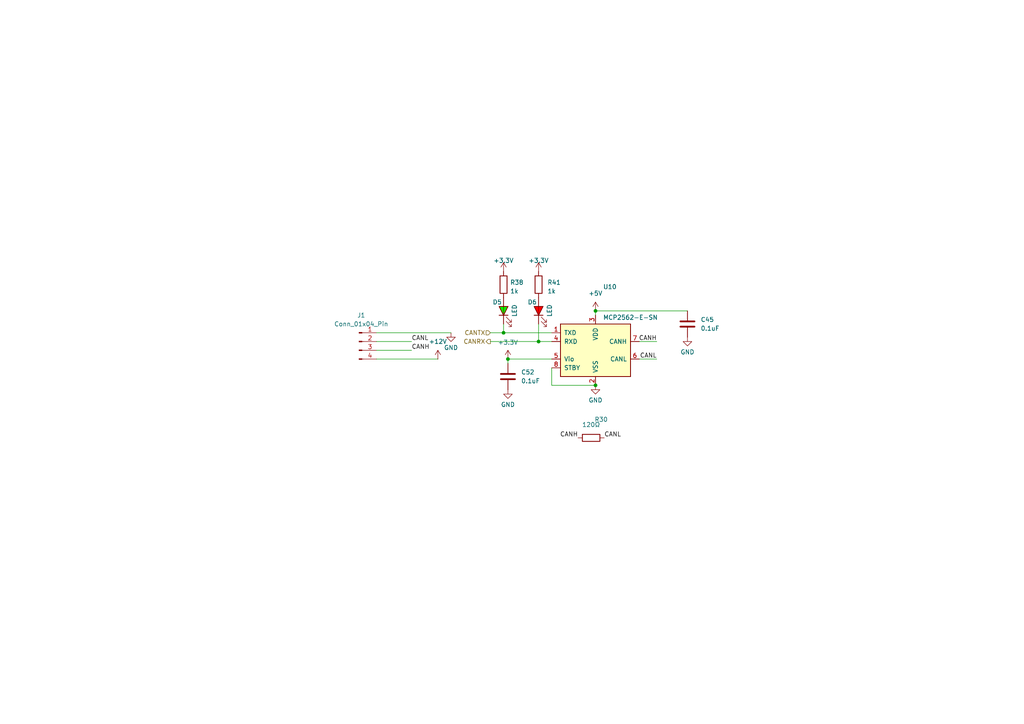
<source format=kicad_sch>
(kicad_sch
	(version 20231120)
	(generator "eeschema")
	(generator_version "8.0")
	(uuid "226bcb8b-8333-40c8-a0c7-4aaf4c8ce557")
	(paper "A4")
	(lib_symbols
		(symbol "Connector:Conn_01x04_Pin"
			(pin_names
				(offset 1.016) hide)
			(exclude_from_sim no)
			(in_bom yes)
			(on_board yes)
			(property "Reference" "J"
				(at 0 5.08 0)
				(effects
					(font
						(size 1.27 1.27)
					)
				)
			)
			(property "Value" "Conn_01x04_Pin"
				(at 0 -7.62 0)
				(effects
					(font
						(size 1.27 1.27)
					)
				)
			)
			(property "Footprint" ""
				(at 0 0 0)
				(effects
					(font
						(size 1.27 1.27)
					)
					(hide yes)
				)
			)
			(property "Datasheet" "~"
				(at 0 0 0)
				(effects
					(font
						(size 1.27 1.27)
					)
					(hide yes)
				)
			)
			(property "Description" "Generic connector, single row, 01x04, script generated"
				(at 0 0 0)
				(effects
					(font
						(size 1.27 1.27)
					)
					(hide yes)
				)
			)
			(property "ki_locked" ""
				(at 0 0 0)
				(effects
					(font
						(size 1.27 1.27)
					)
				)
			)
			(property "ki_keywords" "connector"
				(at 0 0 0)
				(effects
					(font
						(size 1.27 1.27)
					)
					(hide yes)
				)
			)
			(property "ki_fp_filters" "Connector*:*_1x??_*"
				(at 0 0 0)
				(effects
					(font
						(size 1.27 1.27)
					)
					(hide yes)
				)
			)
			(symbol "Conn_01x04_Pin_1_1"
				(polyline
					(pts
						(xy 1.27 -5.08) (xy 0.8636 -5.08)
					)
					(stroke
						(width 0.1524)
						(type default)
					)
					(fill
						(type none)
					)
				)
				(polyline
					(pts
						(xy 1.27 -2.54) (xy 0.8636 -2.54)
					)
					(stroke
						(width 0.1524)
						(type default)
					)
					(fill
						(type none)
					)
				)
				(polyline
					(pts
						(xy 1.27 0) (xy 0.8636 0)
					)
					(stroke
						(width 0.1524)
						(type default)
					)
					(fill
						(type none)
					)
				)
				(polyline
					(pts
						(xy 1.27 2.54) (xy 0.8636 2.54)
					)
					(stroke
						(width 0.1524)
						(type default)
					)
					(fill
						(type none)
					)
				)
				(rectangle
					(start 0.8636 -4.953)
					(end 0 -5.207)
					(stroke
						(width 0.1524)
						(type default)
					)
					(fill
						(type outline)
					)
				)
				(rectangle
					(start 0.8636 -2.413)
					(end 0 -2.667)
					(stroke
						(width 0.1524)
						(type default)
					)
					(fill
						(type outline)
					)
				)
				(rectangle
					(start 0.8636 0.127)
					(end 0 -0.127)
					(stroke
						(width 0.1524)
						(type default)
					)
					(fill
						(type outline)
					)
				)
				(rectangle
					(start 0.8636 2.667)
					(end 0 2.413)
					(stroke
						(width 0.1524)
						(type default)
					)
					(fill
						(type outline)
					)
				)
				(pin passive line
					(at 5.08 2.54 180)
					(length 3.81)
					(name "Pin_1"
						(effects
							(font
								(size 1.27 1.27)
							)
						)
					)
					(number "1"
						(effects
							(font
								(size 1.27 1.27)
							)
						)
					)
				)
				(pin passive line
					(at 5.08 0 180)
					(length 3.81)
					(name "Pin_2"
						(effects
							(font
								(size 1.27 1.27)
							)
						)
					)
					(number "2"
						(effects
							(font
								(size 1.27 1.27)
							)
						)
					)
				)
				(pin passive line
					(at 5.08 -2.54 180)
					(length 3.81)
					(name "Pin_3"
						(effects
							(font
								(size 1.27 1.27)
							)
						)
					)
					(number "3"
						(effects
							(font
								(size 1.27 1.27)
							)
						)
					)
				)
				(pin passive line
					(at 5.08 -5.08 180)
					(length 3.81)
					(name "Pin_4"
						(effects
							(font
								(size 1.27 1.27)
							)
						)
					)
					(number "4"
						(effects
							(font
								(size 1.27 1.27)
							)
						)
					)
				)
			)
		)
		(symbol "Device:C"
			(pin_numbers hide)
			(pin_names
				(offset 0.254)
			)
			(exclude_from_sim no)
			(in_bom yes)
			(on_board yes)
			(property "Reference" "C"
				(at 0.635 2.54 0)
				(effects
					(font
						(size 1.27 1.27)
					)
					(justify left)
				)
			)
			(property "Value" "C"
				(at 0.635 -2.54 0)
				(effects
					(font
						(size 1.27 1.27)
					)
					(justify left)
				)
			)
			(property "Footprint" ""
				(at 0.9652 -3.81 0)
				(effects
					(font
						(size 1.27 1.27)
					)
					(hide yes)
				)
			)
			(property "Datasheet" "~"
				(at 0 0 0)
				(effects
					(font
						(size 1.27 1.27)
					)
					(hide yes)
				)
			)
			(property "Description" "Unpolarized capacitor"
				(at 0 0 0)
				(effects
					(font
						(size 1.27 1.27)
					)
					(hide yes)
				)
			)
			(property "ki_keywords" "cap capacitor"
				(at 0 0 0)
				(effects
					(font
						(size 1.27 1.27)
					)
					(hide yes)
				)
			)
			(property "ki_fp_filters" "C_*"
				(at 0 0 0)
				(effects
					(font
						(size 1.27 1.27)
					)
					(hide yes)
				)
			)
			(symbol "C_0_1"
				(polyline
					(pts
						(xy -2.032 -0.762) (xy 2.032 -0.762)
					)
					(stroke
						(width 0.508)
						(type default)
					)
					(fill
						(type none)
					)
				)
				(polyline
					(pts
						(xy -2.032 0.762) (xy 2.032 0.762)
					)
					(stroke
						(width 0.508)
						(type default)
					)
					(fill
						(type none)
					)
				)
			)
			(symbol "C_1_1"
				(pin passive line
					(at 0 3.81 270)
					(length 2.794)
					(name "~"
						(effects
							(font
								(size 1.27 1.27)
							)
						)
					)
					(number "1"
						(effects
							(font
								(size 1.27 1.27)
							)
						)
					)
				)
				(pin passive line
					(at 0 -3.81 90)
					(length 2.794)
					(name "~"
						(effects
							(font
								(size 1.27 1.27)
							)
						)
					)
					(number "2"
						(effects
							(font
								(size 1.27 1.27)
							)
						)
					)
				)
			)
		)
		(symbol "Device:LED"
			(pin_numbers hide)
			(pin_names
				(offset 1.016) hide)
			(exclude_from_sim no)
			(in_bom yes)
			(on_board yes)
			(property "Reference" "D2"
				(at 3.175 -0.9525 90)
				(effects
					(font
						(size 1.27 1.27)
					)
					(justify right)
				)
			)
			(property "Value" "LED"
				(at 3.175 -3.4925 90)
				(effects
					(font
						(size 1.27 1.27)
					)
					(justify right)
				)
			)
			(property "Footprint" ""
				(at 0 0 0)
				(effects
					(font
						(size 1.27 1.27)
					)
					(hide yes)
				)
			)
			(property "Datasheet" "~"
				(at 0 0 0)
				(effects
					(font
						(size 1.27 1.27)
					)
					(hide yes)
				)
			)
			(property "Description" "Light emitting diode"
				(at 0 0 0)
				(effects
					(font
						(size 1.27 1.27)
					)
					(hide yes)
				)
			)
			(property "ki_keywords" "LED diode"
				(at 0 0 0)
				(effects
					(font
						(size 1.27 1.27)
					)
					(hide yes)
				)
			)
			(property "ki_fp_filters" "LED* LED_SMD:* LED_THT:*"
				(at 0 0 0)
				(effects
					(font
						(size 1.27 1.27)
					)
					(hide yes)
				)
			)
			(symbol "LED_0_1"
				(polyline
					(pts
						(xy -1.27 -1.27) (xy -1.27 1.27)
					)
					(stroke
						(width 0.254)
						(type default)
					)
					(fill
						(type none)
					)
				)
				(polyline
					(pts
						(xy -1.27 0) (xy 1.27 0)
					)
					(stroke
						(width 0)
						(type default)
					)
					(fill
						(type none)
					)
				)
				(polyline
					(pts
						(xy 1.27 -1.27) (xy 1.27 1.27) (xy -1.27 0) (xy 1.27 -1.27)
					)
					(stroke
						(width 0.254)
						(type default)
					)
					(fill
						(type color)
						(color 0 255 0 1)
					)
				)
				(polyline
					(pts
						(xy -3.048 -0.762) (xy -4.572 -2.286) (xy -3.81 -2.286) (xy -4.572 -2.286) (xy -4.572 -1.524)
					)
					(stroke
						(width 0)
						(type default)
					)
					(fill
						(type none)
					)
				)
				(polyline
					(pts
						(xy -1.778 -0.762) (xy -3.302 -2.286) (xy -2.54 -2.286) (xy -3.302 -2.286) (xy -3.302 -1.524)
					)
					(stroke
						(width 0)
						(type default)
					)
					(fill
						(type none)
					)
				)
			)
			(symbol "LED_1_1"
				(pin passive line
					(at -3.81 0 0)
					(length 2.54)
					(name "K"
						(effects
							(font
								(size 1.27 1.27)
							)
						)
					)
					(number "1"
						(effects
							(font
								(size 1.27 1.27)
							)
						)
					)
				)
				(pin passive line
					(at 3.81 0 180)
					(length 2.54)
					(name "A"
						(effects
							(font
								(size 1.27 1.27)
							)
						)
					)
					(number "2"
						(effects
							(font
								(size 1.27 1.27)
							)
						)
					)
				)
			)
		)
		(symbol "Device:R"
			(pin_numbers hide)
			(pin_names
				(offset 0)
			)
			(exclude_from_sim no)
			(in_bom yes)
			(on_board yes)
			(property "Reference" "R"
				(at 2.032 0 90)
				(effects
					(font
						(size 1.27 1.27)
					)
				)
			)
			(property "Value" "R"
				(at 0 0 90)
				(effects
					(font
						(size 1.27 1.27)
					)
				)
			)
			(property "Footprint" ""
				(at -1.778 0 90)
				(effects
					(font
						(size 1.27 1.27)
					)
					(hide yes)
				)
			)
			(property "Datasheet" "~"
				(at 0 0 0)
				(effects
					(font
						(size 1.27 1.27)
					)
					(hide yes)
				)
			)
			(property "Description" "Resistor"
				(at 0 0 0)
				(effects
					(font
						(size 1.27 1.27)
					)
					(hide yes)
				)
			)
			(property "ki_keywords" "R res resistor"
				(at 0 0 0)
				(effects
					(font
						(size 1.27 1.27)
					)
					(hide yes)
				)
			)
			(property "ki_fp_filters" "R_*"
				(at 0 0 0)
				(effects
					(font
						(size 1.27 1.27)
					)
					(hide yes)
				)
			)
			(symbol "R_0_1"
				(rectangle
					(start -1.016 -2.54)
					(end 1.016 2.54)
					(stroke
						(width 0.254)
						(type default)
					)
					(fill
						(type none)
					)
				)
			)
			(symbol "R_1_1"
				(pin passive line
					(at 0 3.81 270)
					(length 1.27)
					(name "~"
						(effects
							(font
								(size 1.27 1.27)
							)
						)
					)
					(number "1"
						(effects
							(font
								(size 1.27 1.27)
							)
						)
					)
				)
				(pin passive line
					(at 0 -3.81 90)
					(length 1.27)
					(name "~"
						(effects
							(font
								(size 1.27 1.27)
							)
						)
					)
					(number "2"
						(effects
							(font
								(size 1.27 1.27)
							)
						)
					)
				)
			)
		)
		(symbol "Interface_CAN_LIN:MCP2562-E-SN"
			(pin_names
				(offset 1.016)
			)
			(exclude_from_sim no)
			(in_bom yes)
			(on_board yes)
			(property "Reference" "U"
				(at -10.16 8.89 0)
				(effects
					(font
						(size 1.27 1.27)
					)
					(justify left)
				)
			)
			(property "Value" "MCP2562-E-SN"
				(at 2.54 8.89 0)
				(effects
					(font
						(size 1.27 1.27)
					)
					(justify left)
				)
			)
			(property "Footprint" "Package_SO:SOIC-8_3.9x4.9mm_P1.27mm"
				(at 0 -12.7 0)
				(effects
					(font
						(size 1.27 1.27)
						(italic yes)
					)
					(hide yes)
				)
			)
			(property "Datasheet" "http://ww1.microchip.com/downloads/en/DeviceDoc/25167A.pdf"
				(at 0 0 0)
				(effects
					(font
						(size 1.27 1.27)
					)
					(hide yes)
				)
			)
			(property "Description" "High-Speed CAN Transceiver, 1Mbps, 5V supply, Vio pin, -40C to +125C, SOIC-8"
				(at 0 0 0)
				(effects
					(font
						(size 1.27 1.27)
					)
					(hide yes)
				)
			)
			(property "ki_keywords" "High-Speed CAN Transceiver"
				(at 0 0 0)
				(effects
					(font
						(size 1.27 1.27)
					)
					(hide yes)
				)
			)
			(property "ki_fp_filters" "SOIC*3.9x4.9mm*P1.27mm*"
				(at 0 0 0)
				(effects
					(font
						(size 1.27 1.27)
					)
					(hide yes)
				)
			)
			(symbol "MCP2562-E-SN_0_1"
				(rectangle
					(start -10.16 7.62)
					(end 10.16 -7.62)
					(stroke
						(width 0.254)
						(type default)
					)
					(fill
						(type background)
					)
				)
			)
			(symbol "MCP2562-E-SN_1_1"
				(pin input line
					(at -12.7 5.08 0)
					(length 2.54)
					(name "TXD"
						(effects
							(font
								(size 1.27 1.27)
							)
						)
					)
					(number "1"
						(effects
							(font
								(size 1.27 1.27)
							)
						)
					)
				)
				(pin power_in line
					(at 0 -10.16 90)
					(length 2.54)
					(name "VSS"
						(effects
							(font
								(size 1.27 1.27)
							)
						)
					)
					(number "2"
						(effects
							(font
								(size 1.27 1.27)
							)
						)
					)
				)
				(pin power_in line
					(at 0 10.16 270)
					(length 2.54)
					(name "VDD"
						(effects
							(font
								(size 1.27 1.27)
							)
						)
					)
					(number "3"
						(effects
							(font
								(size 1.27 1.27)
							)
						)
					)
				)
				(pin output line
					(at -12.7 2.54 0)
					(length 2.54)
					(name "RXD"
						(effects
							(font
								(size 1.27 1.27)
							)
						)
					)
					(number "4"
						(effects
							(font
								(size 1.27 1.27)
							)
						)
					)
				)
				(pin power_in line
					(at -12.7 -2.54 0)
					(length 2.54)
					(name "Vio"
						(effects
							(font
								(size 1.27 1.27)
							)
						)
					)
					(number "5"
						(effects
							(font
								(size 1.27 1.27)
							)
						)
					)
				)
				(pin bidirectional line
					(at 12.7 -2.54 180)
					(length 2.54)
					(name "CANL"
						(effects
							(font
								(size 1.27 1.27)
							)
						)
					)
					(number "6"
						(effects
							(font
								(size 1.27 1.27)
							)
						)
					)
				)
				(pin bidirectional line
					(at 12.7 2.54 180)
					(length 2.54)
					(name "CANH"
						(effects
							(font
								(size 1.27 1.27)
							)
						)
					)
					(number "7"
						(effects
							(font
								(size 1.27 1.27)
							)
						)
					)
				)
				(pin input line
					(at -12.7 -5.08 0)
					(length 2.54)
					(name "STBY"
						(effects
							(font
								(size 1.27 1.27)
							)
						)
					)
					(number "8"
						(effects
							(font
								(size 1.27 1.27)
							)
						)
					)
				)
			)
		)
		(symbol "LED_1"
			(pin_numbers hide)
			(pin_names
				(offset 1.016) hide)
			(exclude_from_sim no)
			(in_bom yes)
			(on_board yes)
			(property "Reference" "D1"
				(at 3.175 -0.9525 90)
				(effects
					(font
						(size 1.27 1.27)
					)
					(justify right)
				)
			)
			(property "Value" "LED"
				(at 3.175 -3.4925 90)
				(effects
					(font
						(size 1.27 1.27)
					)
					(justify right)
				)
			)
			(property "Footprint" ""
				(at 0 0 0)
				(effects
					(font
						(size 1.27 1.27)
					)
					(hide yes)
				)
			)
			(property "Datasheet" "~"
				(at 0 0 0)
				(effects
					(font
						(size 1.27 1.27)
					)
					(hide yes)
				)
			)
			(property "Description" "Light emitting diode"
				(at 0 0 0)
				(effects
					(font
						(size 1.27 1.27)
					)
					(hide yes)
				)
			)
			(property "ki_keywords" "LED diode"
				(at 0 0 0)
				(effects
					(font
						(size 1.27 1.27)
					)
					(hide yes)
				)
			)
			(property "ki_fp_filters" "LED* LED_SMD:* LED_THT:*"
				(at 0 0 0)
				(effects
					(font
						(size 1.27 1.27)
					)
					(hide yes)
				)
			)
			(symbol "LED_1_0_1"
				(polyline
					(pts
						(xy -1.27 -1.27) (xy -1.27 1.27)
					)
					(stroke
						(width 0.254)
						(type default)
					)
					(fill
						(type none)
					)
				)
				(polyline
					(pts
						(xy -1.27 0) (xy 1.27 0)
					)
					(stroke
						(width 0)
						(type default)
					)
					(fill
						(type none)
					)
				)
				(polyline
					(pts
						(xy 1.27 -1.27) (xy 1.27 1.27) (xy -1.27 0) (xy 1.27 -1.27)
					)
					(stroke
						(width 0.254)
						(type default)
					)
					(fill
						(type color)
						(color 255 0 0 1)
					)
				)
				(polyline
					(pts
						(xy -3.048 -0.762) (xy -4.572 -2.286) (xy -3.81 -2.286) (xy -4.572 -2.286) (xy -4.572 -1.524)
					)
					(stroke
						(width 0)
						(type default)
					)
					(fill
						(type none)
					)
				)
				(polyline
					(pts
						(xy -1.778 -0.762) (xy -3.302 -2.286) (xy -2.54 -2.286) (xy -3.302 -2.286) (xy -3.302 -1.524)
					)
					(stroke
						(width 0)
						(type default)
					)
					(fill
						(type none)
					)
				)
			)
			(symbol "LED_1_1_1"
				(pin passive line
					(at -3.81 0 0)
					(length 2.54)
					(name "K"
						(effects
							(font
								(size 1.27 1.27)
							)
						)
					)
					(number "1"
						(effects
							(font
								(size 1.27 1.27)
							)
						)
					)
				)
				(pin passive line
					(at 3.81 0 180)
					(length 2.54)
					(name "A"
						(effects
							(font
								(size 1.27 1.27)
							)
						)
					)
					(number "2"
						(effects
							(font
								(size 1.27 1.27)
							)
						)
					)
				)
			)
		)
		(symbol "power:+12V"
			(power)
			(pin_numbers hide)
			(pin_names
				(offset 0) hide)
			(exclude_from_sim no)
			(in_bom yes)
			(on_board yes)
			(property "Reference" "#PWR"
				(at 0 -3.81 0)
				(effects
					(font
						(size 1.27 1.27)
					)
					(hide yes)
				)
			)
			(property "Value" "+12V"
				(at 0 3.556 0)
				(effects
					(font
						(size 1.27 1.27)
					)
				)
			)
			(property "Footprint" ""
				(at 0 0 0)
				(effects
					(font
						(size 1.27 1.27)
					)
					(hide yes)
				)
			)
			(property "Datasheet" ""
				(at 0 0 0)
				(effects
					(font
						(size 1.27 1.27)
					)
					(hide yes)
				)
			)
			(property "Description" "Power symbol creates a global label with name \"+12V\""
				(at 0 0 0)
				(effects
					(font
						(size 1.27 1.27)
					)
					(hide yes)
				)
			)
			(property "ki_keywords" "global power"
				(at 0 0 0)
				(effects
					(font
						(size 1.27 1.27)
					)
					(hide yes)
				)
			)
			(symbol "+12V_0_1"
				(polyline
					(pts
						(xy -0.762 1.27) (xy 0 2.54)
					)
					(stroke
						(width 0)
						(type default)
					)
					(fill
						(type none)
					)
				)
				(polyline
					(pts
						(xy 0 0) (xy 0 2.54)
					)
					(stroke
						(width 0)
						(type default)
					)
					(fill
						(type none)
					)
				)
				(polyline
					(pts
						(xy 0 2.54) (xy 0.762 1.27)
					)
					(stroke
						(width 0)
						(type default)
					)
					(fill
						(type none)
					)
				)
			)
			(symbol "+12V_1_1"
				(pin power_in line
					(at 0 0 90)
					(length 0)
					(name "~"
						(effects
							(font
								(size 1.27 1.27)
							)
						)
					)
					(number "1"
						(effects
							(font
								(size 1.27 1.27)
							)
						)
					)
				)
			)
		)
		(symbol "power:+3.3V"
			(power)
			(pin_names
				(offset 0)
			)
			(exclude_from_sim no)
			(in_bom yes)
			(on_board yes)
			(property "Reference" "#PWR"
				(at 0 -3.81 0)
				(effects
					(font
						(size 1.27 1.27)
					)
					(hide yes)
				)
			)
			(property "Value" "+3.3V"
				(at 0 3.556 0)
				(effects
					(font
						(size 1.27 1.27)
					)
				)
			)
			(property "Footprint" ""
				(at 0 0 0)
				(effects
					(font
						(size 1.27 1.27)
					)
					(hide yes)
				)
			)
			(property "Datasheet" ""
				(at 0 0 0)
				(effects
					(font
						(size 1.27 1.27)
					)
					(hide yes)
				)
			)
			(property "Description" "Power symbol creates a global label with name \"+3.3V\""
				(at 0 0 0)
				(effects
					(font
						(size 1.27 1.27)
					)
					(hide yes)
				)
			)
			(property "ki_keywords" "global power"
				(at 0 0 0)
				(effects
					(font
						(size 1.27 1.27)
					)
					(hide yes)
				)
			)
			(symbol "+3.3V_0_1"
				(polyline
					(pts
						(xy -0.762 1.27) (xy 0 2.54)
					)
					(stroke
						(width 0)
						(type default)
					)
					(fill
						(type none)
					)
				)
				(polyline
					(pts
						(xy 0 0) (xy 0 2.54)
					)
					(stroke
						(width 0)
						(type default)
					)
					(fill
						(type none)
					)
				)
				(polyline
					(pts
						(xy 0 2.54) (xy 0.762 1.27)
					)
					(stroke
						(width 0)
						(type default)
					)
					(fill
						(type none)
					)
				)
			)
			(symbol "+3.3V_1_1"
				(pin power_in line
					(at 0 0 90)
					(length 0) hide
					(name "+3.3V"
						(effects
							(font
								(size 1.27 1.27)
							)
						)
					)
					(number "1"
						(effects
							(font
								(size 1.27 1.27)
							)
						)
					)
				)
			)
		)
		(symbol "power:+5V"
			(power)
			(pin_numbers hide)
			(pin_names
				(offset 0) hide)
			(exclude_from_sim no)
			(in_bom yes)
			(on_board yes)
			(property "Reference" "#PWR"
				(at 0 -3.81 0)
				(effects
					(font
						(size 1.27 1.27)
					)
					(hide yes)
				)
			)
			(property "Value" "+5V"
				(at 0 3.556 0)
				(effects
					(font
						(size 1.27 1.27)
					)
				)
			)
			(property "Footprint" ""
				(at 0 0 0)
				(effects
					(font
						(size 1.27 1.27)
					)
					(hide yes)
				)
			)
			(property "Datasheet" ""
				(at 0 0 0)
				(effects
					(font
						(size 1.27 1.27)
					)
					(hide yes)
				)
			)
			(property "Description" "Power symbol creates a global label with name \"+5V\""
				(at 0 0 0)
				(effects
					(font
						(size 1.27 1.27)
					)
					(hide yes)
				)
			)
			(property "ki_keywords" "global power"
				(at 0 0 0)
				(effects
					(font
						(size 1.27 1.27)
					)
					(hide yes)
				)
			)
			(symbol "+5V_0_1"
				(polyline
					(pts
						(xy -0.762 1.27) (xy 0 2.54)
					)
					(stroke
						(width 0)
						(type default)
					)
					(fill
						(type none)
					)
				)
				(polyline
					(pts
						(xy 0 0) (xy 0 2.54)
					)
					(stroke
						(width 0)
						(type default)
					)
					(fill
						(type none)
					)
				)
				(polyline
					(pts
						(xy 0 2.54) (xy 0.762 1.27)
					)
					(stroke
						(width 0)
						(type default)
					)
					(fill
						(type none)
					)
				)
			)
			(symbol "+5V_1_1"
				(pin power_in line
					(at 0 0 90)
					(length 0)
					(name "~"
						(effects
							(font
								(size 1.27 1.27)
							)
						)
					)
					(number "1"
						(effects
							(font
								(size 1.27 1.27)
							)
						)
					)
				)
			)
		)
		(symbol "power:GND"
			(power)
			(pin_names
				(offset 0)
			)
			(exclude_from_sim no)
			(in_bom yes)
			(on_board yes)
			(property "Reference" "#PWR"
				(at 0 -6.35 0)
				(effects
					(font
						(size 1.27 1.27)
					)
					(hide yes)
				)
			)
			(property "Value" "GND"
				(at 0 -3.81 0)
				(effects
					(font
						(size 1.27 1.27)
					)
				)
			)
			(property "Footprint" ""
				(at 0 0 0)
				(effects
					(font
						(size 1.27 1.27)
					)
					(hide yes)
				)
			)
			(property "Datasheet" ""
				(at 0 0 0)
				(effects
					(font
						(size 1.27 1.27)
					)
					(hide yes)
				)
			)
			(property "Description" "Power symbol creates a global label with name \"GND\" , ground"
				(at 0 0 0)
				(effects
					(font
						(size 1.27 1.27)
					)
					(hide yes)
				)
			)
			(property "ki_keywords" "global power"
				(at 0 0 0)
				(effects
					(font
						(size 1.27 1.27)
					)
					(hide yes)
				)
			)
			(symbol "GND_0_1"
				(polyline
					(pts
						(xy 0 0) (xy 0 -1.27) (xy 1.27 -1.27) (xy 0 -2.54) (xy -1.27 -1.27) (xy 0 -1.27)
					)
					(stroke
						(width 0)
						(type default)
					)
					(fill
						(type none)
					)
				)
			)
			(symbol "GND_1_1"
				(pin power_in line
					(at 0 0 270)
					(length 0) hide
					(name "GND"
						(effects
							(font
								(size 1.27 1.27)
							)
						)
					)
					(number "1"
						(effects
							(font
								(size 1.27 1.27)
							)
						)
					)
				)
			)
		)
	)
	(junction
		(at 146.05 96.52)
		(diameter 0)
		(color 0 0 0 0)
		(uuid "2fc1e5a3-92cc-4dcd-9faf-292214480195")
	)
	(junction
		(at 172.72 90.17)
		(diameter 0)
		(color 0 0 0 0)
		(uuid "5693c3a1-60da-4679-a0d4-b73c08dfb7f5")
	)
	(junction
		(at 147.32 104.14)
		(diameter 0)
		(color 0 0 0 0)
		(uuid "83053d7d-1821-4879-b0a4-6d09324fdf6d")
	)
	(junction
		(at 172.72 111.76)
		(diameter 0)
		(color 0 0 0 0)
		(uuid "b5552ae0-789e-4998-980e-0fa6e760a185")
	)
	(junction
		(at 156.21 99.06)
		(diameter 0)
		(color 0 0 0 0)
		(uuid "f91467a9-15bd-4099-9620-486c990aaa0a")
	)
	(wire
		(pts
			(xy 119.38 99.06) (xy 109.22 99.06)
		)
		(stroke
			(width 0)
			(type default)
		)
		(uuid "0f6f5fbf-5156-4640-a722-34b70bb947dd")
	)
	(wire
		(pts
			(xy 146.05 93.98) (xy 146.05 96.52)
		)
		(stroke
			(width 0)
			(type default)
		)
		(uuid "432d5a8e-1e5f-45db-b5ca-df2c2e94b916")
	)
	(wire
		(pts
			(xy 172.72 90.17) (xy 172.72 91.44)
		)
		(stroke
			(width 0)
			(type default)
		)
		(uuid "596d289a-e9c4-4f1d-9e11-073df27ec192")
	)
	(wire
		(pts
			(xy 156.21 93.98) (xy 156.21 99.06)
		)
		(stroke
			(width 0)
			(type default)
		)
		(uuid "60fc4ccb-245f-4cc8-8af6-01187033cf83")
	)
	(wire
		(pts
			(xy 185.42 99.06) (xy 190.5 99.06)
		)
		(stroke
			(width 0)
			(type default)
		)
		(uuid "749fd15e-fcb3-40b5-9028-bf61ddb8a69d")
	)
	(wire
		(pts
			(xy 147.32 105.41) (xy 147.32 104.14)
		)
		(stroke
			(width 0)
			(type default)
		)
		(uuid "8944e9e3-289a-45c6-9b5e-df80038010e8")
	)
	(wire
		(pts
			(xy 127 104.14) (xy 109.22 104.14)
		)
		(stroke
			(width 0)
			(type default)
		)
		(uuid "9c8ff600-442c-4d9b-afa7-71ad05f1758f")
	)
	(wire
		(pts
			(xy 147.32 104.14) (xy 160.02 104.14)
		)
		(stroke
			(width 0)
			(type default)
		)
		(uuid "a3b78f28-0750-46c9-82be-8733d1d383da")
	)
	(wire
		(pts
			(xy 142.24 96.52) (xy 146.05 96.52)
		)
		(stroke
			(width 0)
			(type default)
		)
		(uuid "a40d5d2d-149b-4ae9-a49d-8eb59e3118c2")
	)
	(wire
		(pts
			(xy 142.24 99.06) (xy 156.21 99.06)
		)
		(stroke
			(width 0)
			(type default)
		)
		(uuid "bee70d8b-dd5e-43ab-b5a9-0bc38119e7a8")
	)
	(wire
		(pts
			(xy 199.39 90.17) (xy 172.72 90.17)
		)
		(stroke
			(width 0)
			(type default)
		)
		(uuid "bff4d624-194a-41b9-a6e1-0ad6c6337a0a")
	)
	(wire
		(pts
			(xy 146.05 96.52) (xy 160.02 96.52)
		)
		(stroke
			(width 0)
			(type default)
		)
		(uuid "d4c706d3-1a78-4e4d-937a-cbee7208ad0e")
	)
	(wire
		(pts
			(xy 185.42 104.14) (xy 190.5 104.14)
		)
		(stroke
			(width 0)
			(type default)
		)
		(uuid "de25851e-be85-441d-b58d-eeb532b7edfa")
	)
	(wire
		(pts
			(xy 119.38 101.6) (xy 109.22 101.6)
		)
		(stroke
			(width 0)
			(type default)
		)
		(uuid "e27ee621-69d9-4052-b6fd-b369d763adeb")
	)
	(wire
		(pts
			(xy 160.02 111.76) (xy 160.02 106.68)
		)
		(stroke
			(width 0)
			(type default)
		)
		(uuid "f417c97d-822c-42d5-9b12-3fb2c43ed2f0")
	)
	(wire
		(pts
			(xy 130.81 96.52) (xy 109.22 96.52)
		)
		(stroke
			(width 0)
			(type default)
		)
		(uuid "f69cc1bc-157f-4266-af64-c266bfded5d0")
	)
	(wire
		(pts
			(xy 156.21 99.06) (xy 160.02 99.06)
		)
		(stroke
			(width 0)
			(type default)
		)
		(uuid "fc1eb9fe-1788-46f4-83a0-6105adefb471")
	)
	(wire
		(pts
			(xy 160.02 111.76) (xy 172.72 111.76)
		)
		(stroke
			(width 0)
			(type default)
		)
		(uuid "ff4c431e-c47b-4673-8658-16b51e549c7d")
	)
	(label "CANH"
		(at 190.5 99.06 180)
		(fields_autoplaced yes)
		(effects
			(font
				(size 1.27 1.27)
			)
			(justify right bottom)
		)
		(uuid "224db054-d4e9-4b43-a7e1-8546b1e6553d")
	)
	(label "CANH"
		(at 167.64 127 180)
		(fields_autoplaced yes)
		(effects
			(font
				(size 1.27 1.27)
			)
			(justify right bottom)
		)
		(uuid "2b49692f-a039-42d9-95b4-0677086b1290")
	)
	(label "CANH"
		(at 119.38 101.6 0)
		(fields_autoplaced yes)
		(effects
			(font
				(size 1.27 1.27)
			)
			(justify left bottom)
		)
		(uuid "480273c2-92ce-4af7-87e6-df1e78960444")
	)
	(label "CANL"
		(at 190.5 104.14 180)
		(fields_autoplaced yes)
		(effects
			(font
				(size 1.27 1.27)
			)
			(justify right bottom)
		)
		(uuid "8065e444-590c-4034-b636-0c8b07524802")
	)
	(label "CANL"
		(at 175.26 127 0)
		(fields_autoplaced yes)
		(effects
			(font
				(size 1.27 1.27)
			)
			(justify left bottom)
		)
		(uuid "b08de0c2-58ff-47c5-a5c1-48fe309674d8")
	)
	(label "CANL"
		(at 119.38 99.06 0)
		(fields_autoplaced yes)
		(effects
			(font
				(size 1.27 1.27)
			)
			(justify left bottom)
		)
		(uuid "f31691cd-b23b-4fc2-a802-422b58ae40b7")
	)
	(hierarchical_label "CANRX"
		(shape output)
		(at 142.24 99.06 180)
		(fields_autoplaced yes)
		(effects
			(font
				(size 1.27 1.27)
			)
			(justify right)
		)
		(uuid "53ac7759-f74b-42ef-a519-f457ba96b05d")
	)
	(hierarchical_label "CANTX"
		(shape input)
		(at 142.24 96.52 180)
		(fields_autoplaced yes)
		(effects
			(font
				(size 1.27 1.27)
			)
			(justify right)
		)
		(uuid "f2e538ad-9fc5-4b27-9605-b63c8afd509e")
	)
	(symbol
		(lib_id "power:GND")
		(at 130.81 96.52 0)
		(unit 1)
		(exclude_from_sim no)
		(in_bom yes)
		(on_board yes)
		(dnp no)
		(fields_autoplaced yes)
		(uuid "14964e61-7adf-42cc-aa18-1f9b2c9e3f17")
		(property "Reference" "#PWR063"
			(at 130.81 102.87 0)
			(effects
				(font
					(size 1.27 1.27)
				)
				(hide yes)
			)
		)
		(property "Value" "GND"
			(at 130.81 100.838 0)
			(effects
				(font
					(size 1.27 1.27)
				)
			)
		)
		(property "Footprint" ""
			(at 130.81 96.52 0)
			(effects
				(font
					(size 1.27 1.27)
				)
				(hide yes)
			)
		)
		(property "Datasheet" ""
			(at 130.81 96.52 0)
			(effects
				(font
					(size 1.27 1.27)
				)
				(hide yes)
			)
		)
		(property "Description" ""
			(at 130.81 96.52 0)
			(effects
				(font
					(size 1.27 1.27)
				)
				(hide yes)
			)
		)
		(pin "1"
			(uuid "e81fab21-5059-4ff8-801e-c1d06c82f3a6")
		)
		(instances
			(project "mainboard4"
				(path "/dd07ab80-a59c-44f4-ac7d-849e21e1384e/6416bab4-efd4-4cc0-95d7-68f4e661b691"
					(reference "#PWR063")
					(unit 1)
				)
				(path "/dd07ab80-a59c-44f4-ac7d-849e21e1384e/edb81cb4-22a4-4ac0-9b4c-9e93cbd8a585"
					(reference "#PWR079")
					(unit 1)
				)
			)
		)
	)
	(symbol
		(lib_id "Device:LED")
		(at 146.05 90.17 90)
		(unit 1)
		(exclude_from_sim no)
		(in_bom yes)
		(on_board yes)
		(dnp no)
		(uuid "1c2b092b-d5ab-41fe-a840-90e9b5a0717e")
		(property "Reference" "D5"
			(at 142.875 87.63 90)
			(effects
				(font
					(size 1.27 1.27)
				)
				(justify right)
			)
		)
		(property "Value" "LED"
			(at 149.225 88.265 0)
			(effects
				(font
					(size 1.27 1.27)
				)
				(justify right)
			)
		)
		(property "Footprint" "LED_SMD:LED_0603_1608Metric_Pad1.05x0.95mm_HandSolder"
			(at 146.05 90.17 0)
			(effects
				(font
					(size 1.27 1.27)
				)
				(hide yes)
			)
		)
		(property "Datasheet" "~"
			(at 146.05 90.17 0)
			(effects
				(font
					(size 1.27 1.27)
				)
				(hide yes)
			)
		)
		(property "Description" ""
			(at 146.05 90.17 0)
			(effects
				(font
					(size 1.27 1.27)
				)
				(hide yes)
			)
		)
		(pin "1"
			(uuid "8f8f0d36-d990-4ce7-9057-0ff87b27dc1d")
		)
		(pin "2"
			(uuid "b31072a3-61f2-49e1-b715-f89354ea86fd")
		)
		(instances
			(project "mainboard4"
				(path "/dd07ab80-a59c-44f4-ac7d-849e21e1384e/6416bab4-efd4-4cc0-95d7-68f4e661b691"
					(reference "D5")
					(unit 1)
				)
				(path "/dd07ab80-a59c-44f4-ac7d-849e21e1384e/edb81cb4-22a4-4ac0-9b4c-9e93cbd8a585"
					(reference "D3")
					(unit 1)
				)
			)
		)
	)
	(symbol
		(lib_id "Interface_CAN_LIN:MCP2562-E-SN")
		(at 172.72 101.6 0)
		(unit 1)
		(exclude_from_sim no)
		(in_bom yes)
		(on_board yes)
		(dnp no)
		(uuid "296963ca-2886-4a50-8012-27a48140cd41")
		(property "Reference" "U10"
			(at 174.9141 83.185 0)
			(effects
				(font
					(size 1.27 1.27)
				)
				(justify left)
			)
		)
		(property "Value" "MCP2562-E-SN"
			(at 174.9141 92.075 0)
			(effects
				(font
					(size 1.27 1.27)
				)
				(justify left)
			)
		)
		(property "Footprint" "Package_SO:SOIC-8_3.9x4.9mm_P1.27mm"
			(at 172.72 114.3 0)
			(effects
				(font
					(size 1.27 1.27)
					(italic yes)
				)
				(hide yes)
			)
		)
		(property "Datasheet" "http://ww1.microchip.com/downloads/en/DeviceDoc/25167A.pdf"
			(at 172.72 101.6 0)
			(effects
				(font
					(size 1.27 1.27)
				)
				(hide yes)
			)
		)
		(property "Description" ""
			(at 172.72 101.6 0)
			(effects
				(font
					(size 1.27 1.27)
				)
				(hide yes)
			)
		)
		(pin "1"
			(uuid "9593c1fc-ae00-48b5-9f09-8930b63365fb")
		)
		(pin "2"
			(uuid "4e894e64-ce80-4987-92fb-e5cee00d5952")
		)
		(pin "3"
			(uuid "e61a9745-174a-4847-ba56-e9cb7b1d357b")
		)
		(pin "4"
			(uuid "ba4e03b4-39b5-4626-8ac7-cb6c8603e0cc")
		)
		(pin "5"
			(uuid "ff15d31d-2dd8-4c42-af98-46f9a0d14607")
		)
		(pin "6"
			(uuid "4899f8dd-732d-4e3f-8925-d0de24fdac14")
		)
		(pin "7"
			(uuid "d8d5c7c0-501a-4600-bea1-87a2bef734ff")
		)
		(pin "8"
			(uuid "06a10c39-9abb-4258-98f7-d9e95421a80f")
		)
		(instances
			(project ""
				(path "/dd07ab80-a59c-44f4-ac7d-849e21e1384e/6416bab4-efd4-4cc0-95d7-68f4e661b691"
					(reference "U10")
					(unit 1)
				)
				(path "/dd07ab80-a59c-44f4-ac7d-849e21e1384e/edb81cb4-22a4-4ac0-9b4c-9e93cbd8a585"
					(reference "U9")
					(unit 1)
				)
			)
		)
	)
	(symbol
		(lib_id "power:+3.3V")
		(at 146.05 78.74 0)
		(unit 1)
		(exclude_from_sim no)
		(in_bom yes)
		(on_board yes)
		(dnp no)
		(fields_autoplaced yes)
		(uuid "416c56aa-4989-49fa-8b49-672cbeff979f")
		(property "Reference" "#PWR0701"
			(at 146.05 82.55 0)
			(effects
				(font
					(size 1.27 1.27)
				)
				(hide yes)
			)
		)
		(property "Value" "+3.3V"
			(at 146.05 75.565 0)
			(effects
				(font
					(size 1.27 1.27)
				)
			)
		)
		(property "Footprint" ""
			(at 146.05 78.74 0)
			(effects
				(font
					(size 1.27 1.27)
				)
				(hide yes)
			)
		)
		(property "Datasheet" ""
			(at 146.05 78.74 0)
			(effects
				(font
					(size 1.27 1.27)
				)
				(hide yes)
			)
		)
		(property "Description" ""
			(at 146.05 78.74 0)
			(effects
				(font
					(size 1.27 1.27)
				)
				(hide yes)
			)
		)
		(pin "1"
			(uuid "a7071d74-b5f8-4427-a49b-27b9f62558a5")
		)
		(instances
			(project "mainboard4"
				(path "/dd07ab80-a59c-44f4-ac7d-849e21e1384e/6416bab4-efd4-4cc0-95d7-68f4e661b691"
					(reference "#PWR0701")
					(unit 1)
				)
				(path "/dd07ab80-a59c-44f4-ac7d-849e21e1384e/edb81cb4-22a4-4ac0-9b4c-9e93cbd8a585"
					(reference "#PWR0901")
					(unit 1)
				)
			)
		)
	)
	(symbol
		(lib_id "power:GND")
		(at 172.72 111.76 0)
		(unit 1)
		(exclude_from_sim no)
		(in_bom yes)
		(on_board yes)
		(dnp no)
		(fields_autoplaced yes)
		(uuid "754175cb-9622-4be0-b46d-4f8a184898c1")
		(property "Reference" "#PWR062"
			(at 172.72 118.11 0)
			(effects
				(font
					(size 1.27 1.27)
				)
				(hide yes)
			)
		)
		(property "Value" "GND"
			(at 172.72 116.078 0)
			(effects
				(font
					(size 1.27 1.27)
				)
			)
		)
		(property "Footprint" ""
			(at 172.72 111.76 0)
			(effects
				(font
					(size 1.27 1.27)
				)
				(hide yes)
			)
		)
		(property "Datasheet" ""
			(at 172.72 111.76 0)
			(effects
				(font
					(size 1.27 1.27)
				)
				(hide yes)
			)
		)
		(property "Description" ""
			(at 172.72 111.76 0)
			(effects
				(font
					(size 1.27 1.27)
				)
				(hide yes)
			)
		)
		(pin "1"
			(uuid "06f8aa77-5f7a-4016-8969-58bece79ed3c")
		)
		(instances
			(project ""
				(path "/dd07ab80-a59c-44f4-ac7d-849e21e1384e/6416bab4-efd4-4cc0-95d7-68f4e661b691"
					(reference "#PWR062")
					(unit 1)
				)
				(path "/dd07ab80-a59c-44f4-ac7d-849e21e1384e/edb81cb4-22a4-4ac0-9b4c-9e93cbd8a585"
					(reference "#PWR078")
					(unit 1)
				)
			)
		)
	)
	(symbol
		(lib_id "Device:R")
		(at 146.05 82.55 0)
		(unit 1)
		(exclude_from_sim no)
		(in_bom yes)
		(on_board yes)
		(dnp no)
		(fields_autoplaced yes)
		(uuid "7f2ea2c3-9b3f-400d-b15c-e266d29f8ee6")
		(property "Reference" "R38"
			(at 147.955 81.915 0)
			(effects
				(font
					(size 1.27 1.27)
				)
				(justify left)
			)
		)
		(property "Value" "1k"
			(at 147.955 84.455 0)
			(effects
				(font
					(size 1.27 1.27)
				)
				(justify left)
			)
		)
		(property "Footprint" "Resistor_SMD:R_0603_1608Metric_Pad0.98x0.95mm_HandSolder"
			(at 144.272 82.55 90)
			(effects
				(font
					(size 1.27 1.27)
				)
				(hide yes)
			)
		)
		(property "Datasheet" "~"
			(at 146.05 82.55 0)
			(effects
				(font
					(size 1.27 1.27)
				)
				(hide yes)
			)
		)
		(property "Description" ""
			(at 146.05 82.55 0)
			(effects
				(font
					(size 1.27 1.27)
				)
				(hide yes)
			)
		)
		(property "LCSC" "C23186"
			(at 29.21 163.83 0)
			(effects
				(font
					(size 1.27 1.27)
				)
				(hide yes)
			)
		)
		(pin "1"
			(uuid "546850ec-557c-4366-a8f3-925316d8bff0")
		)
		(pin "2"
			(uuid "661c473b-0f65-4942-9b9b-3d79c168e50b")
		)
		(instances
			(project "mainboard4"
				(path "/dd07ab80-a59c-44f4-ac7d-849e21e1384e/6416bab4-efd4-4cc0-95d7-68f4e661b691"
					(reference "R38")
					(unit 1)
				)
				(path "/dd07ab80-a59c-44f4-ac7d-849e21e1384e/edb81cb4-22a4-4ac0-9b4c-9e93cbd8a585"
					(reference "R40")
					(unit 1)
				)
			)
		)
	)
	(symbol
		(lib_id "Connector:Conn_01x04_Pin")
		(at 104.14 99.06 0)
		(unit 1)
		(exclude_from_sim no)
		(in_bom yes)
		(on_board yes)
		(dnp no)
		(fields_autoplaced yes)
		(uuid "8c8b9d59-ad42-4f6d-9b4a-065d41314f48")
		(property "Reference" "J1"
			(at 104.775 91.44 0)
			(effects
				(font
					(size 1.27 1.27)
				)
			)
		)
		(property "Value" "Conn_01x04_Pin"
			(at 104.775 93.98 0)
			(effects
				(font
					(size 1.27 1.27)
				)
			)
		)
		(property "Footprint" "CM5IO:pocketheader4"
			(at 104.14 99.06 0)
			(effects
				(font
					(size 1.27 1.27)
				)
				(hide yes)
			)
		)
		(property "Datasheet" "~"
			(at 104.14 99.06 0)
			(effects
				(font
					(size 1.27 1.27)
				)
				(hide yes)
			)
		)
		(property "Description" "Generic connector, single row, 01x04, script generated"
			(at 104.14 99.06 0)
			(effects
				(font
					(size 1.27 1.27)
				)
				(hide yes)
			)
		)
		(pin "1"
			(uuid "e70185f5-dcff-4298-a11f-6d6f8a54dfdf")
		)
		(pin "2"
			(uuid "57e4c072-706e-4496-9148-a0a1b79561ce")
		)
		(pin "4"
			(uuid "59baeb0e-f220-4b3f-9ee5-26f34b5b7d57")
		)
		(pin "3"
			(uuid "06232198-4aad-40c5-944d-35ed6eb174c8")
		)
		(instances
			(project ""
				(path "/dd07ab80-a59c-44f4-ac7d-849e21e1384e/6416bab4-efd4-4cc0-95d7-68f4e661b691"
					(reference "J1")
					(unit 1)
				)
				(path "/dd07ab80-a59c-44f4-ac7d-849e21e1384e/edb81cb4-22a4-4ac0-9b4c-9e93cbd8a585"
					(reference "J2")
					(unit 1)
				)
			)
		)
	)
	(symbol
		(lib_id "Device:R")
		(at 156.21 82.55 0)
		(unit 1)
		(exclude_from_sim no)
		(in_bom yes)
		(on_board yes)
		(dnp no)
		(fields_autoplaced yes)
		(uuid "90d78460-9bb1-4840-b5dc-7b3ede24cd78")
		(property "Reference" "R41"
			(at 158.75 81.915 0)
			(effects
				(font
					(size 1.27 1.27)
				)
				(justify left)
			)
		)
		(property "Value" "1k"
			(at 158.75 84.455 0)
			(effects
				(font
					(size 1.27 1.27)
				)
				(justify left)
			)
		)
		(property "Footprint" "Resistor_SMD:R_0603_1608Metric_Pad0.98x0.95mm_HandSolder"
			(at 154.432 82.55 90)
			(effects
				(font
					(size 1.27 1.27)
				)
				(hide yes)
			)
		)
		(property "Datasheet" "~"
			(at 156.21 82.55 0)
			(effects
				(font
					(size 1.27 1.27)
				)
				(hide yes)
			)
		)
		(property "Description" ""
			(at 156.21 82.55 0)
			(effects
				(font
					(size 1.27 1.27)
				)
				(hide yes)
			)
		)
		(property "LCSC" "C23186"
			(at 29.21 163.83 0)
			(effects
				(font
					(size 1.27 1.27)
				)
				(hide yes)
			)
		)
		(pin "1"
			(uuid "f878cf23-7f24-4c9c-83bf-e230adb19d47")
		)
		(pin "2"
			(uuid "1f9de78d-587c-4979-96b0-8b9b96ce5a3d")
		)
		(instances
			(project "mainboard4"
				(path "/dd07ab80-a59c-44f4-ac7d-849e21e1384e/6416bab4-efd4-4cc0-95d7-68f4e661b691"
					(reference "R41")
					(unit 1)
				)
				(path "/dd07ab80-a59c-44f4-ac7d-849e21e1384e/edb81cb4-22a4-4ac0-9b4c-9e93cbd8a585"
					(reference "R39")
					(unit 1)
				)
			)
		)
	)
	(symbol
		(lib_id "power:GND")
		(at 147.32 113.03 0)
		(unit 1)
		(exclude_from_sim no)
		(in_bom yes)
		(on_board yes)
		(dnp no)
		(fields_autoplaced yes)
		(uuid "980b731b-cb26-4e20-af8e-b3e7b1049d03")
		(property "Reference" "#PWR0705"
			(at 147.32 119.38 0)
			(effects
				(font
					(size 1.27 1.27)
				)
				(hide yes)
			)
		)
		(property "Value" "GND"
			(at 147.32 117.348 0)
			(effects
				(font
					(size 1.27 1.27)
				)
			)
		)
		(property "Footprint" ""
			(at 147.32 113.03 0)
			(effects
				(font
					(size 1.27 1.27)
				)
				(hide yes)
			)
		)
		(property "Datasheet" ""
			(at 147.32 113.03 0)
			(effects
				(font
					(size 1.27 1.27)
				)
				(hide yes)
			)
		)
		(property "Description" ""
			(at 147.32 113.03 0)
			(effects
				(font
					(size 1.27 1.27)
				)
				(hide yes)
			)
		)
		(pin "1"
			(uuid "fe58aae8-2775-42e8-8ffa-07111fc31f33")
		)
		(instances
			(project "mainboard4"
				(path "/dd07ab80-a59c-44f4-ac7d-849e21e1384e/6416bab4-efd4-4cc0-95d7-68f4e661b691"
					(reference "#PWR0705")
					(unit 1)
				)
				(path "/dd07ab80-a59c-44f4-ac7d-849e21e1384e/edb81cb4-22a4-4ac0-9b4c-9e93cbd8a585"
					(reference "#PWR0905")
					(unit 1)
				)
			)
		)
	)
	(symbol
		(lib_id "power:+3.3V")
		(at 156.21 78.74 0)
		(unit 1)
		(exclude_from_sim no)
		(in_bom yes)
		(on_board yes)
		(dnp no)
		(fields_autoplaced yes)
		(uuid "a0693076-5430-4d2d-8e9a-985f7923b1b9")
		(property "Reference" "#PWR0702"
			(at 156.21 82.55 0)
			(effects
				(font
					(size 1.27 1.27)
				)
				(hide yes)
			)
		)
		(property "Value" "+3.3V"
			(at 156.21 75.565 0)
			(effects
				(font
					(size 1.27 1.27)
				)
			)
		)
		(property "Footprint" ""
			(at 156.21 78.74 0)
			(effects
				(font
					(size 1.27 1.27)
				)
				(hide yes)
			)
		)
		(property "Datasheet" ""
			(at 156.21 78.74 0)
			(effects
				(font
					(size 1.27 1.27)
				)
				(hide yes)
			)
		)
		(property "Description" ""
			(at 156.21 78.74 0)
			(effects
				(font
					(size 1.27 1.27)
				)
				(hide yes)
			)
		)
		(pin "1"
			(uuid "3afaf48f-8389-49b5-b0ed-3fa12fe1fb9f")
		)
		(instances
			(project "mainboard4"
				(path "/dd07ab80-a59c-44f4-ac7d-849e21e1384e/6416bab4-efd4-4cc0-95d7-68f4e661b691"
					(reference "#PWR0702")
					(unit 1)
				)
				(path "/dd07ab80-a59c-44f4-ac7d-849e21e1384e/edb81cb4-22a4-4ac0-9b4c-9e93cbd8a585"
					(reference "#PWR0902")
					(unit 1)
				)
			)
		)
	)
	(symbol
		(lib_id "Device:C")
		(at 199.39 93.98 0)
		(unit 1)
		(exclude_from_sim no)
		(in_bom yes)
		(on_board yes)
		(dnp no)
		(fields_autoplaced yes)
		(uuid "a4567e15-4fb4-47b1-89f8-c1c4f308ad07")
		(property "Reference" "C45"
			(at 203.2 92.7099 0)
			(effects
				(font
					(size 1.27 1.27)
				)
				(justify left)
			)
		)
		(property "Value" "0.1uF"
			(at 203.2 95.2499 0)
			(effects
				(font
					(size 1.27 1.27)
				)
				(justify left)
			)
		)
		(property "Footprint" "Capacitor_SMD:C_0402_1005Metric_Pad0.74x0.62mm_HandSolder"
			(at 200.3552 97.79 0)
			(effects
				(font
					(size 1.27 1.27)
				)
				(hide yes)
			)
		)
		(property "Datasheet" "~"
			(at 199.39 93.98 0)
			(effects
				(font
					(size 1.27 1.27)
				)
				(hide yes)
			)
		)
		(property "Description" "Unpolarized capacitor"
			(at 199.39 93.98 0)
			(effects
				(font
					(size 1.27 1.27)
				)
				(hide yes)
			)
		)
		(pin "1"
			(uuid "a6107467-d15c-4d0e-9388-007683436a49")
		)
		(pin "2"
			(uuid "dd9204dd-ddac-4e3c-9063-f3234e7b1fff")
		)
		(instances
			(project "mainboard4"
				(path "/dd07ab80-a59c-44f4-ac7d-849e21e1384e/6416bab4-efd4-4cc0-95d7-68f4e661b691"
					(reference "C45")
					(unit 1)
				)
				(path "/dd07ab80-a59c-44f4-ac7d-849e21e1384e/edb81cb4-22a4-4ac0-9b4c-9e93cbd8a585"
					(reference "C48")
					(unit 1)
				)
			)
		)
	)
	(symbol
		(lib_id "Device:R")
		(at 171.45 127 270)
		(unit 1)
		(exclude_from_sim no)
		(in_bom yes)
		(on_board yes)
		(dnp no)
		(uuid "a54ba64e-4975-40ac-a743-d3edbd366ea0")
		(property "Reference" "R30"
			(at 174.371 121.666 90)
			(effects
				(font
					(size 1.27 1.27)
				)
			)
		)
		(property "Value" "120Ω"
			(at 171.45 123.19 90)
			(effects
				(font
					(size 1.27 1.27)
				)
			)
		)
		(property "Footprint" "Resistor_SMD:R_0603_1608Metric_Pad0.98x0.95mm_HandSolder"
			(at 171.45 125.222 90)
			(effects
				(font
					(size 1.27 1.27)
				)
				(hide yes)
			)
		)
		(property "Datasheet" "~"
			(at 171.45 127 0)
			(effects
				(font
					(size 1.27 1.27)
				)
				(hide yes)
			)
		)
		(property "Description" ""
			(at 171.45 127 0)
			(effects
				(font
					(size 1.27 1.27)
				)
				(hide yes)
			)
		)
		(pin "1"
			(uuid "c0ed3710-c3de-4a12-acd5-1bc5011624d2")
		)
		(pin "2"
			(uuid "1fbedc9b-7468-4855-8332-9f1e7ba87cbb")
		)
		(instances
			(project ""
				(path "/dd07ab80-a59c-44f4-ac7d-849e21e1384e/6416bab4-efd4-4cc0-95d7-68f4e661b691"
					(reference "R30")
					(unit 1)
				)
				(path "/dd07ab80-a59c-44f4-ac7d-849e21e1384e/edb81cb4-22a4-4ac0-9b4c-9e93cbd8a585"
					(reference "R29")
					(unit 1)
				)
			)
		)
	)
	(symbol
		(lib_name "LED_1")
		(lib_id "Device:LED")
		(at 156.21 90.17 90)
		(unit 1)
		(exclude_from_sim no)
		(in_bom yes)
		(on_board yes)
		(dnp no)
		(uuid "b79b530f-72e7-4228-8b41-1334f4f25c83")
		(property "Reference" "D6"
			(at 153.035 87.63 90)
			(effects
				(font
					(size 1.27 1.27)
				)
				(justify right)
			)
		)
		(property "Value" "LED"
			(at 159.385 88.265 0)
			(effects
				(font
					(size 1.27 1.27)
				)
				(justify right)
			)
		)
		(property "Footprint" "LED_SMD:LED_0603_1608Metric_Pad1.05x0.95mm_HandSolder"
			(at 156.21 90.17 0)
			(effects
				(font
					(size 1.27 1.27)
				)
				(hide yes)
			)
		)
		(property "Datasheet" "~"
			(at 156.21 90.17 0)
			(effects
				(font
					(size 1.27 1.27)
				)
				(hide yes)
			)
		)
		(property "Description" ""
			(at 156.21 90.17 0)
			(effects
				(font
					(size 1.27 1.27)
				)
				(hide yes)
			)
		)
		(pin "1"
			(uuid "8151a66d-ee7f-4714-8c93-9c19584e380c")
		)
		(pin "2"
			(uuid "7c011d08-30eb-40c5-b4b7-badd34a8f11e")
		)
		(instances
			(project "mainboard4"
				(path "/dd07ab80-a59c-44f4-ac7d-849e21e1384e/6416bab4-efd4-4cc0-95d7-68f4e661b691"
					(reference "D6")
					(unit 1)
				)
				(path "/dd07ab80-a59c-44f4-ac7d-849e21e1384e/edb81cb4-22a4-4ac0-9b4c-9e93cbd8a585"
					(reference "D4")
					(unit 1)
				)
			)
		)
	)
	(symbol
		(lib_id "power:+3.3V")
		(at 147.32 104.14 0)
		(unit 1)
		(exclude_from_sim no)
		(in_bom yes)
		(on_board yes)
		(dnp no)
		(fields_autoplaced yes)
		(uuid "c4879e5a-d30b-4eee-b503-04455ddf10ab")
		(property "Reference" "#PWR061"
			(at 147.32 107.95 0)
			(effects
				(font
					(size 1.27 1.27)
				)
				(hide yes)
			)
		)
		(property "Value" "+3.3V"
			(at 147.32 99.314 0)
			(effects
				(font
					(size 1.27 1.27)
				)
			)
		)
		(property "Footprint" ""
			(at 147.32 104.14 0)
			(effects
				(font
					(size 1.27 1.27)
				)
				(hide yes)
			)
		)
		(property "Datasheet" ""
			(at 147.32 104.14 0)
			(effects
				(font
					(size 1.27 1.27)
				)
				(hide yes)
			)
		)
		(property "Description" ""
			(at 147.32 104.14 0)
			(effects
				(font
					(size 1.27 1.27)
				)
				(hide yes)
			)
		)
		(pin "1"
			(uuid "4fd4bf17-4518-4777-bced-985cfdeb075f")
		)
		(instances
			(project ""
				(path "/dd07ab80-a59c-44f4-ac7d-849e21e1384e/6416bab4-efd4-4cc0-95d7-68f4e661b691"
					(reference "#PWR061")
					(unit 1)
				)
				(path "/dd07ab80-a59c-44f4-ac7d-849e21e1384e/edb81cb4-22a4-4ac0-9b4c-9e93cbd8a585"
					(reference "#PWR077")
					(unit 1)
				)
			)
		)
	)
	(symbol
		(lib_id "power:+12V")
		(at 127 104.14 0)
		(unit 1)
		(exclude_from_sim no)
		(in_bom yes)
		(on_board yes)
		(dnp no)
		(fields_autoplaced yes)
		(uuid "d2a396b5-3903-4405-a555-0c30d0a22726")
		(property "Reference" "#PWR01208"
			(at 127 107.95 0)
			(effects
				(font
					(size 1.27 1.27)
				)
				(hide yes)
			)
		)
		(property "Value" "+12V"
			(at 127 99.06 0)
			(effects
				(font
					(size 1.27 1.27)
				)
			)
		)
		(property "Footprint" ""
			(at 127 104.14 0)
			(effects
				(font
					(size 1.27 1.27)
				)
				(hide yes)
			)
		)
		(property "Datasheet" ""
			(at 127 104.14 0)
			(effects
				(font
					(size 1.27 1.27)
				)
				(hide yes)
			)
		)
		(property "Description" "Power symbol creates a global label with name \"+12V\""
			(at 127 104.14 0)
			(effects
				(font
					(size 1.27 1.27)
				)
				(hide yes)
			)
		)
		(pin "1"
			(uuid "491455f4-7016-4be1-955c-943d7bca64d0")
		)
		(instances
			(project "mainboard4"
				(path "/dd07ab80-a59c-44f4-ac7d-849e21e1384e/6416bab4-efd4-4cc0-95d7-68f4e661b691"
					(reference "#PWR01208")
					(unit 1)
				)
				(path "/dd07ab80-a59c-44f4-ac7d-849e21e1384e/edb81cb4-22a4-4ac0-9b4c-9e93cbd8a585"
					(reference "#PWR01301")
					(unit 1)
				)
			)
		)
	)
	(symbol
		(lib_id "power:+5V")
		(at 172.72 90.17 0)
		(unit 1)
		(exclude_from_sim no)
		(in_bom yes)
		(on_board yes)
		(dnp no)
		(fields_autoplaced yes)
		(uuid "d588a782-7be0-4cd7-9e53-352afeb6b6da")
		(property "Reference" "#PWR0703"
			(at 172.72 93.98 0)
			(effects
				(font
					(size 1.27 1.27)
				)
				(hide yes)
			)
		)
		(property "Value" "+5V"
			(at 172.72 85.09 0)
			(effects
				(font
					(size 1.27 1.27)
				)
			)
		)
		(property "Footprint" ""
			(at 172.72 90.17 0)
			(effects
				(font
					(size 1.27 1.27)
				)
				(hide yes)
			)
		)
		(property "Datasheet" ""
			(at 172.72 90.17 0)
			(effects
				(font
					(size 1.27 1.27)
				)
				(hide yes)
			)
		)
		(property "Description" "Power symbol creates a global label with name \"+5V\""
			(at 172.72 90.17 0)
			(effects
				(font
					(size 1.27 1.27)
				)
				(hide yes)
			)
		)
		(pin "1"
			(uuid "7e1b0d0d-7b1a-4ae2-9dc2-5380c48b8cf6")
		)
		(instances
			(project "mainboard4"
				(path "/dd07ab80-a59c-44f4-ac7d-849e21e1384e/6416bab4-efd4-4cc0-95d7-68f4e661b691"
					(reference "#PWR0703")
					(unit 1)
				)
				(path "/dd07ab80-a59c-44f4-ac7d-849e21e1384e/edb81cb4-22a4-4ac0-9b4c-9e93cbd8a585"
					(reference "#PWR0903")
					(unit 1)
				)
			)
		)
	)
	(symbol
		(lib_id "Device:C")
		(at 147.32 109.22 0)
		(unit 1)
		(exclude_from_sim no)
		(in_bom yes)
		(on_board yes)
		(dnp no)
		(fields_autoplaced yes)
		(uuid "f384bc41-851f-4b72-8d32-5ed4f8f05826")
		(property "Reference" "C52"
			(at 151.13 107.9499 0)
			(effects
				(font
					(size 1.27 1.27)
				)
				(justify left)
			)
		)
		(property "Value" "0.1uF"
			(at 151.13 110.4899 0)
			(effects
				(font
					(size 1.27 1.27)
				)
				(justify left)
			)
		)
		(property "Footprint" "Capacitor_SMD:C_0402_1005Metric_Pad0.74x0.62mm_HandSolder"
			(at 148.2852 113.03 0)
			(effects
				(font
					(size 1.27 1.27)
				)
				(hide yes)
			)
		)
		(property "Datasheet" "~"
			(at 147.32 109.22 0)
			(effects
				(font
					(size 1.27 1.27)
				)
				(hide yes)
			)
		)
		(property "Description" "Unpolarized capacitor"
			(at 147.32 109.22 0)
			(effects
				(font
					(size 1.27 1.27)
				)
				(hide yes)
			)
		)
		(pin "1"
			(uuid "fb9e2cce-c695-4e0a-9b96-5ce54b1d35b9")
		)
		(pin "2"
			(uuid "01c1c0c3-1782-4b96-a645-3f9942c9dffc")
		)
		(instances
			(project "mainboard4"
				(path "/dd07ab80-a59c-44f4-ac7d-849e21e1384e/6416bab4-efd4-4cc0-95d7-68f4e661b691"
					(reference "C52")
					(unit 1)
				)
				(path "/dd07ab80-a59c-44f4-ac7d-849e21e1384e/edb81cb4-22a4-4ac0-9b4c-9e93cbd8a585"
					(reference "C51")
					(unit 1)
				)
			)
		)
	)
	(symbol
		(lib_id "power:GND")
		(at 199.39 97.79 0)
		(unit 1)
		(exclude_from_sim no)
		(in_bom yes)
		(on_board yes)
		(dnp no)
		(fields_autoplaced yes)
		(uuid "ff3dd67c-28e7-4eda-9335-86e4f6011719")
		(property "Reference" "#PWR0706"
			(at 199.39 104.14 0)
			(effects
				(font
					(size 1.27 1.27)
				)
				(hide yes)
			)
		)
		(property "Value" "GND"
			(at 199.39 102.108 0)
			(effects
				(font
					(size 1.27 1.27)
				)
			)
		)
		(property "Footprint" ""
			(at 199.39 97.79 0)
			(effects
				(font
					(size 1.27 1.27)
				)
				(hide yes)
			)
		)
		(property "Datasheet" ""
			(at 199.39 97.79 0)
			(effects
				(font
					(size 1.27 1.27)
				)
				(hide yes)
			)
		)
		(property "Description" ""
			(at 199.39 97.79 0)
			(effects
				(font
					(size 1.27 1.27)
				)
				(hide yes)
			)
		)
		(pin "1"
			(uuid "293232f9-fbae-4d46-8da2-77d0dcb8f64b")
		)
		(instances
			(project "mainboard4"
				(path "/dd07ab80-a59c-44f4-ac7d-849e21e1384e/6416bab4-efd4-4cc0-95d7-68f4e661b691"
					(reference "#PWR0706")
					(unit 1)
				)
				(path "/dd07ab80-a59c-44f4-ac7d-849e21e1384e/edb81cb4-22a4-4ac0-9b4c-9e93cbd8a585"
					(reference "#PWR0906")
					(unit 1)
				)
			)
		)
	)
)

</source>
